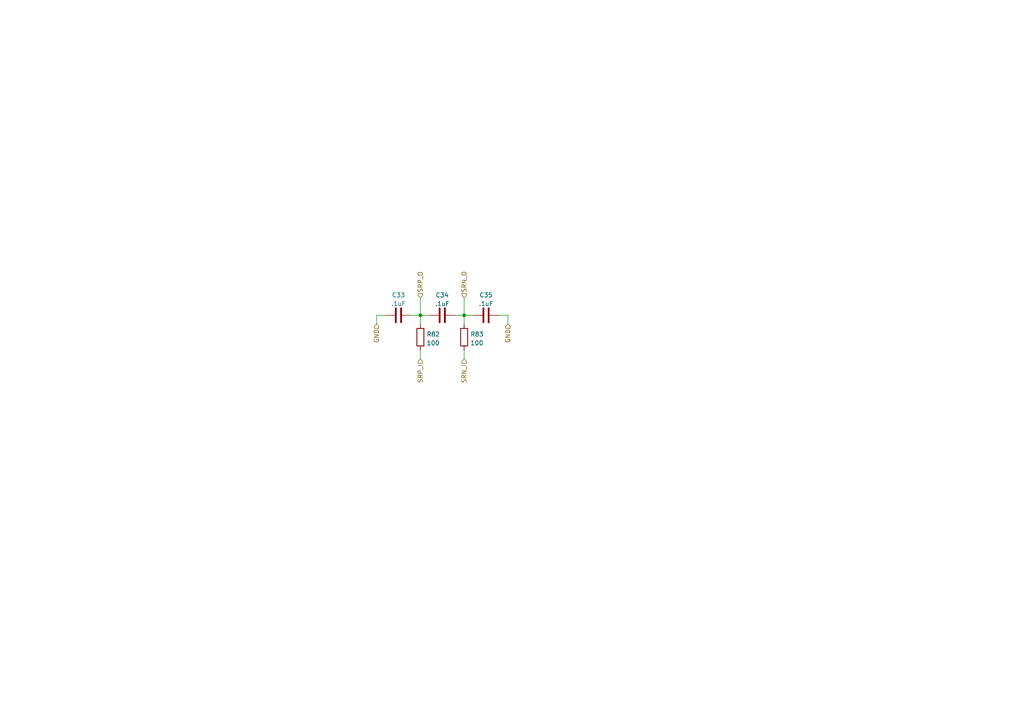
<source format=kicad_sch>
(kicad_sch (version 20211123) (generator eeschema)
  (paper "A4")
  (lib_symbols
    (symbol "Device:C" (pin_numbers hide) (pin_names (offset 0.254))
      (property "Reference" "C" (at 0.635 2.54 0))
      (property "Value" "C" (at 0.635 -2.54 0))
      (symbol "C_0_1"
        (polyline (pts (xy -2.032 -0.762) (xy 2.032 -0.762)) (stroke (width 0.508)))
        (polyline (pts (xy -2.032 0.762) (xy 2.032 0.762)) (stroke (width 0.508)))
      )
      (symbol "C_1_1"
        (pin passive line (at 0 3.81 270) (length 2.794) (name "~") (number "1"))
        (pin passive line (at 0 -3.81 90) (length 2.794) (name "~") (number "2"))
      )
    )
    (symbol "Device:R" (pin_numbers hide) (pin_names (offset 0))
      (property "Reference" "R" (at 2.032 0 90))
      (property "Value" "R" (at 0 0 90))
      (symbol "R_0_1"
        (rectangle (start -1.016 -2.54) (end 1.016 2.54) (stroke (width 0.254)))
      )
      (symbol "R_1_1"
        (pin passive line (at 0 3.81 270) (length 1.27) (name "~") (number "1"))
        (pin passive line (at 0 -3.81 90) (length 1.27) (name "~") (number "2"))
      )
    )
  )
  (junction (at 134.62 91.44))
  (junction (at 121.92 91.44))
  (wire (pts (xy 134.62 101.6) (xy 134.62 104.14)))
  (wire (pts (xy 144.78 91.44) (xy 147.32 91.44)))
  (wire (pts (xy 134.62 86.36) (xy 134.62 91.44)))
  (wire (pts (xy 147.32 91.44) (xy 147.32 93.98)))
  (wire (pts (xy 111.76 91.44) (xy 109.22 91.44)))
  (wire (pts (xy 134.62 91.44) (xy 137.16 91.44)))
  (wire (pts (xy 121.92 101.6) (xy 121.92 104.14)))
  (wire (pts (xy 109.22 91.44) (xy 109.22 93.98)))
  (wire (pts (xy 121.92 91.44) (xy 124.46 91.44)))
  (wire (pts (xy 121.92 86.36) (xy 121.92 91.44)))
  (wire (pts (xy 119.38 91.44) (xy 121.92 91.44)))
  (wire (pts (xy 134.62 91.44) (xy 134.62 93.98)))
  (wire (pts (xy 121.92 91.44) (xy 121.92 93.98)))
  (wire (pts (xy 132.08 91.44) (xy 134.62 91.44)))
  (hierarchical_label "SRN_I" (shape input) (at 134.62 104.14 270))
  (hierarchical_label "SRP_O" (shape input) (at 121.92 86.36 90))
  (hierarchical_label "GND" (shape input) (at 147.32 93.98 270))
  (hierarchical_label "SRN_O" (shape input) (at 134.62 86.36 90))
  (hierarchical_label "GND" (shape input) (at 109.22 93.98 270))
  (hierarchical_label "SRP_I" (shape input) (at 121.92 104.14 270))
  (symbol (lib_id "Device:C") (at 140.97 91.44 90) (unit 1)
    (property "Reference" "C35" (at 140.97 85.5812 90))
    (property "Value" ".1uF" (at 140.97 88.1181 90))
    (property "Footprint" "Capacitor_SMD:C_0603_1608Metric" (effects hide))
    (property "Src_Page" "38" (effects hide))
    (property "Src_Value" "filter" (effects hide))
  )
  (symbol (lib_id "Device:C") (at 115.57 91.44 90) (unit 1)
    (property "Reference" "C33" (at 115.57 85.5812 90))
    (property "Value" ".1uF" (at 115.57 88.1181 90))
    (property "Footprint" "Capacitor_SMD:C_0603_1608Metric" (effects hide))
    (property "Src_Page" "38" (effects hide))
    (property "Src_Value" "filter" (effects hide))
  )
  (symbol (lib_id "Device:C") (at 128.27 91.44 90) (unit 1)
    (property "Reference" "C34" (at 128.27 85.5812 90))
    (property "Value" ".1uF" (at 128.27 88.1181 90))
    (property "Footprint" "Capacitor_SMD:C_0603_1608Metric" (effects hide))
    (property "Src_Page" "38" (effects hide))
    (property "Src_Value" "filter" (effects hide))
  )
  (symbol (lib_id "Device:R") (at 121.92 97.79 0) (unit 1)
    (property "Reference" "R82" (at 123.698 96.9553 0) (effects (justify left)))
    (property "Value" "100" (at 123.698 99.4922 0) (effects (justify left)))
    (property "Footprint" "Resistor_SMD:R_0603_1608Metric" (effects hide))
    (property "Src_Page" "38" (effects hide))
    (property "Src_Value" "filter" (effects hide))
  )
  (symbol (lib_id "Device:R") (at 134.62 97.79 0) (unit 1)
    (property "Reference" "R83" (at 136.398 96.9553 0) (effects (justify left)))
    (property "Value" "100" (at 136.398 99.4922 0) (effects (justify left)))
    (property "Footprint" "Resistor_SMD:R_0603_1608Metric" (effects hide))
    (property "Src_Page" "38" (effects hide))
    (property "Src_Value" "filter" (effects hide))
  )
)
</source>
